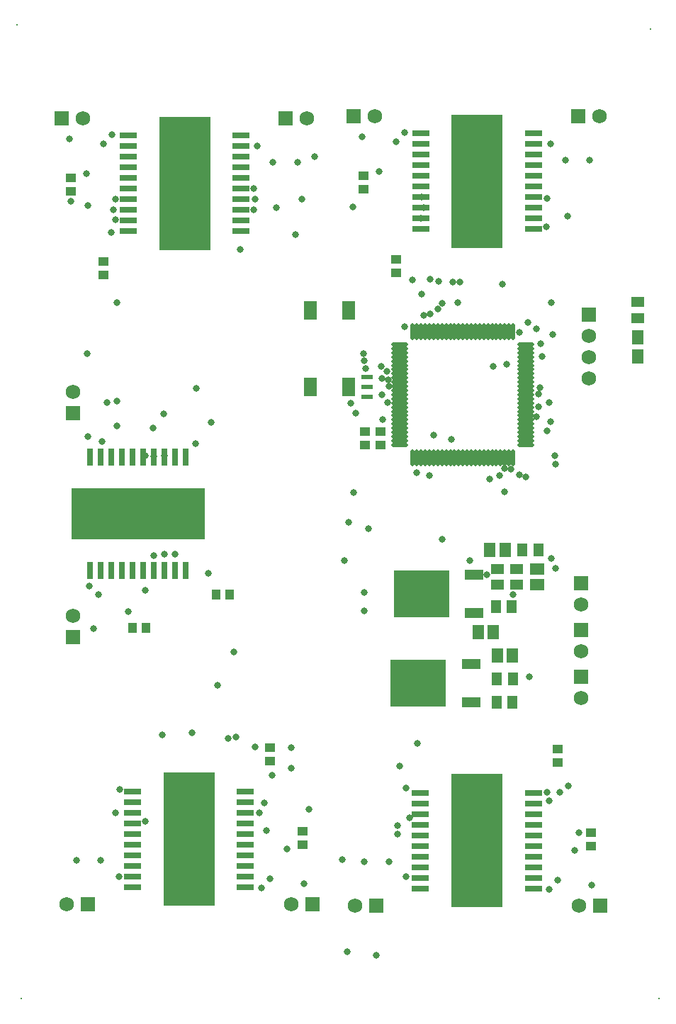
<source format=gts>
G04 Layer_Color=8388736*
%FSLAX25Y25*%
%MOIN*%
G70*
G01*
G75*
%ADD18R,0.08300X0.02500*%
%ADD19R,0.24400X0.63000*%
%ADD23R,0.02500X0.08300*%
%ADD24R,0.63000X0.24400*%
%ADD43R,0.06312X0.04934*%
%ADD44R,0.05800X0.06800*%
%ADD45R,0.06312X0.09068*%
%ADD46R,0.09068X0.04540*%
%ADD47R,0.26391X0.22453*%
%ADD48R,0.04737X0.04343*%
%ADD49R,0.05524X0.02375*%
%ADD50R,0.04343X0.04737*%
%ADD51R,0.06509X0.05328*%
%ADD52R,0.05328X0.06509*%
%ADD53R,0.04934X0.06312*%
%ADD54O,0.01981X0.07887*%
%ADD55O,0.07887X0.01981*%
%ADD56C,0.00800*%
%ADD57R,0.06800X0.06800*%
%ADD58C,0.06800*%
%ADD59R,0.06800X0.06800*%
%ADD60C,0.03162*%
D18*
X221500Y122500D02*
D03*
Y127500D02*
D03*
Y132500D02*
D03*
Y137500D02*
D03*
Y142500D02*
D03*
Y147500D02*
D03*
Y152500D02*
D03*
Y157500D02*
D03*
Y162500D02*
D03*
Y167500D02*
D03*
X168300D02*
D03*
Y162500D02*
D03*
Y157500D02*
D03*
Y152500D02*
D03*
Y147500D02*
D03*
Y142500D02*
D03*
Y137500D02*
D03*
Y132500D02*
D03*
Y127500D02*
D03*
Y122500D02*
D03*
X357000Y121850D02*
D03*
Y126850D02*
D03*
Y131850D02*
D03*
Y136850D02*
D03*
Y141850D02*
D03*
Y146850D02*
D03*
Y151850D02*
D03*
Y156850D02*
D03*
Y161850D02*
D03*
Y166850D02*
D03*
X303800D02*
D03*
Y161850D02*
D03*
Y156850D02*
D03*
Y151850D02*
D03*
Y146850D02*
D03*
Y141850D02*
D03*
Y136850D02*
D03*
Y131850D02*
D03*
Y126850D02*
D03*
Y121850D02*
D03*
X166300Y476000D02*
D03*
Y471000D02*
D03*
Y466000D02*
D03*
Y461000D02*
D03*
Y456000D02*
D03*
Y451000D02*
D03*
Y446000D02*
D03*
Y441000D02*
D03*
Y436000D02*
D03*
Y431000D02*
D03*
X219500D02*
D03*
Y436000D02*
D03*
Y441000D02*
D03*
Y446000D02*
D03*
Y451000D02*
D03*
Y456000D02*
D03*
Y461000D02*
D03*
Y466000D02*
D03*
Y471000D02*
D03*
Y476000D02*
D03*
X303900Y477000D02*
D03*
Y472000D02*
D03*
Y467000D02*
D03*
Y462000D02*
D03*
Y457000D02*
D03*
Y452000D02*
D03*
Y447000D02*
D03*
Y442000D02*
D03*
Y437000D02*
D03*
Y432000D02*
D03*
X357100D02*
D03*
Y437000D02*
D03*
Y442000D02*
D03*
Y447000D02*
D03*
Y452000D02*
D03*
Y457000D02*
D03*
Y462000D02*
D03*
Y467000D02*
D03*
Y472000D02*
D03*
Y477000D02*
D03*
D19*
X194900Y145000D02*
D03*
X330400Y144350D02*
D03*
X192900Y453500D02*
D03*
X330500Y454500D02*
D03*
D23*
X148500Y271500D02*
D03*
X153500D02*
D03*
X158500D02*
D03*
X163500D02*
D03*
X168500D02*
D03*
X173500D02*
D03*
X178500D02*
D03*
X183500D02*
D03*
X188500D02*
D03*
X193500D02*
D03*
Y324700D02*
D03*
X188500D02*
D03*
X183500D02*
D03*
X178500D02*
D03*
X173500D02*
D03*
X168500D02*
D03*
X163500D02*
D03*
X158500D02*
D03*
X153500D02*
D03*
X148500D02*
D03*
D24*
X171000Y298100D02*
D03*
D43*
X406000Y390260D02*
D03*
Y397740D02*
D03*
X340043Y272240D02*
D03*
Y264760D02*
D03*
X349043Y272240D02*
D03*
Y264760D02*
D03*
D44*
X406000Y372000D02*
D03*
Y381000D02*
D03*
D45*
X252189Y393653D02*
D03*
Y357827D02*
D03*
X269905D02*
D03*
Y393653D02*
D03*
D46*
X329043Y251547D02*
D03*
Y269500D02*
D03*
X327543Y209547D02*
D03*
Y227500D02*
D03*
D47*
X304240Y260524D02*
D03*
X302740Y218524D02*
D03*
D48*
X384000Y141701D02*
D03*
Y148000D02*
D03*
X368500Y181201D02*
D03*
Y187500D02*
D03*
X248500Y142350D02*
D03*
Y148650D02*
D03*
X277547Y336890D02*
D03*
Y330591D02*
D03*
X285047Y336740D02*
D03*
Y330441D02*
D03*
X292400Y417650D02*
D03*
Y411350D02*
D03*
X276900Y457150D02*
D03*
Y450850D02*
D03*
X139300Y456150D02*
D03*
Y449850D02*
D03*
X154800Y416650D02*
D03*
Y410350D02*
D03*
X233000Y181850D02*
D03*
Y188150D02*
D03*
D49*
X278634Y362465D02*
D03*
Y357740D02*
D03*
Y353016D02*
D03*
D50*
X207850Y260000D02*
D03*
X214150D02*
D03*
X168350Y244500D02*
D03*
X174650D02*
D03*
D51*
X358543Y264957D02*
D03*
Y272043D02*
D03*
D52*
X343587Y281000D02*
D03*
X336500D02*
D03*
X338130Y242500D02*
D03*
X331043D02*
D03*
X339957Y231500D02*
D03*
X347043D02*
D03*
D53*
X351803Y281000D02*
D03*
X359283D02*
D03*
X339303Y254500D02*
D03*
X346783D02*
D03*
X339563Y209500D02*
D03*
X347043D02*
D03*
X347284Y220500D02*
D03*
X339803D02*
D03*
D54*
X300153Y383878D02*
D03*
X302122D02*
D03*
X304090D02*
D03*
X306059D02*
D03*
X308028D02*
D03*
X309996D02*
D03*
X311965D02*
D03*
X313933D02*
D03*
X315902D02*
D03*
X317870D02*
D03*
X319839D02*
D03*
X321807D02*
D03*
X323776D02*
D03*
X325744D02*
D03*
X327713D02*
D03*
X329681D02*
D03*
X331650D02*
D03*
X333618D02*
D03*
X335587D02*
D03*
X337555D02*
D03*
X339524D02*
D03*
X341492D02*
D03*
X343461D02*
D03*
X345429D02*
D03*
X347398D02*
D03*
Y324429D02*
D03*
X345429D02*
D03*
X343461D02*
D03*
X341492D02*
D03*
X339524D02*
D03*
X337555D02*
D03*
X335587D02*
D03*
X333618D02*
D03*
X331650D02*
D03*
X329681D02*
D03*
X327713D02*
D03*
X325744D02*
D03*
X323776D02*
D03*
X321807D02*
D03*
X319839D02*
D03*
X317870D02*
D03*
X315902D02*
D03*
X313933D02*
D03*
X311965D02*
D03*
X309996D02*
D03*
X308028D02*
D03*
X306059D02*
D03*
X304090D02*
D03*
X302122D02*
D03*
X300153D02*
D03*
D55*
X353500Y377776D02*
D03*
Y375807D02*
D03*
Y373839D02*
D03*
Y371870D02*
D03*
Y369902D02*
D03*
Y367933D02*
D03*
Y365965D02*
D03*
Y363996D02*
D03*
Y362028D02*
D03*
Y360059D02*
D03*
Y358090D02*
D03*
Y356122D02*
D03*
Y354153D02*
D03*
Y352185D02*
D03*
Y350217D02*
D03*
Y348248D02*
D03*
Y346280D02*
D03*
Y344311D02*
D03*
Y342342D02*
D03*
Y340374D02*
D03*
Y338405D02*
D03*
Y336437D02*
D03*
Y334469D02*
D03*
Y332500D02*
D03*
Y330532D02*
D03*
X294051D02*
D03*
Y332500D02*
D03*
Y334469D02*
D03*
Y336437D02*
D03*
Y338405D02*
D03*
Y340374D02*
D03*
Y342342D02*
D03*
Y344311D02*
D03*
Y346280D02*
D03*
Y348248D02*
D03*
Y350217D02*
D03*
Y352185D02*
D03*
Y354153D02*
D03*
Y356122D02*
D03*
Y358090D02*
D03*
Y360059D02*
D03*
Y362028D02*
D03*
Y363996D02*
D03*
Y365965D02*
D03*
Y367933D02*
D03*
Y369902D02*
D03*
Y371870D02*
D03*
Y373839D02*
D03*
Y375807D02*
D03*
Y377776D02*
D03*
D56*
X114000Y528000D02*
D03*
X116000Y70000D02*
D03*
X416000D02*
D03*
X412000Y526000D02*
D03*
D57*
X134900Y484000D02*
D03*
X378000Y485000D02*
D03*
X272500D02*
D03*
X388400Y113850D02*
D03*
X147400Y114500D02*
D03*
X252900D02*
D03*
X282900Y113850D02*
D03*
X240400Y484000D02*
D03*
D58*
X144900D02*
D03*
X388000Y485000D02*
D03*
X282500D02*
D03*
X378400Y113850D02*
D03*
X137400Y114500D02*
D03*
X242900D02*
D03*
X272900Y113850D02*
D03*
X379500Y255500D02*
D03*
X250400Y484000D02*
D03*
X140500Y250100D02*
D03*
Y355600D02*
D03*
X383047Y361740D02*
D03*
Y371740D02*
D03*
Y381740D02*
D03*
X379500Y211500D02*
D03*
Y233500D02*
D03*
D59*
Y265500D02*
D03*
X140500Y240100D02*
D03*
Y345600D02*
D03*
X383047Y391740D02*
D03*
X379500Y221500D02*
D03*
Y243500D02*
D03*
D60*
X154000Y300000D02*
D03*
X184000D02*
D03*
X176000Y296000D02*
D03*
X168000D02*
D03*
X158000D02*
D03*
X150000D02*
D03*
X144000D02*
D03*
Y288000D02*
D03*
X150000D02*
D03*
X156000D02*
D03*
X164000D02*
D03*
X172000D02*
D03*
X192000D02*
D03*
X198000Y296000D02*
D03*
X192000Y306000D02*
D03*
X182000D02*
D03*
X172000D02*
D03*
X162000D02*
D03*
X152000D02*
D03*
X144000D02*
D03*
X202000Y132000D02*
D03*
X194000D02*
D03*
X186000D02*
D03*
X194000Y120000D02*
D03*
X186000D02*
D03*
X194000Y138000D02*
D03*
Y148000D02*
D03*
Y156000D02*
D03*
Y164000D02*
D03*
X202000Y138000D02*
D03*
X186000D02*
D03*
Y148000D02*
D03*
Y156000D02*
D03*
Y164000D02*
D03*
X202000Y120000D02*
D03*
Y148000D02*
D03*
Y156000D02*
D03*
Y164000D02*
D03*
Y172000D02*
D03*
X194000D02*
D03*
X186000D02*
D03*
X338000Y118000D02*
D03*
X330000D02*
D03*
X322000D02*
D03*
Y128000D02*
D03*
X330000D02*
D03*
X338000D02*
D03*
Y138000D02*
D03*
X330000D02*
D03*
X322000D02*
D03*
Y148000D02*
D03*
X330000D02*
D03*
X338000D02*
D03*
Y156000D02*
D03*
X330000D02*
D03*
X322000D02*
D03*
Y164000D02*
D03*
X330000D02*
D03*
X338000D02*
D03*
Y172000D02*
D03*
X330000D02*
D03*
X322000D02*
D03*
X326000Y428000D02*
D03*
Y438000D02*
D03*
X322000Y448000D02*
D03*
Y458000D02*
D03*
Y466000D02*
D03*
Y474000D02*
D03*
X332000D02*
D03*
Y466000D02*
D03*
Y458000D02*
D03*
Y448000D02*
D03*
Y438000D02*
D03*
Y428000D02*
D03*
X338000D02*
D03*
Y438000D02*
D03*
Y448000D02*
D03*
Y458000D02*
D03*
Y466000D02*
D03*
Y474000D02*
D03*
Y482000D02*
D03*
X330000D02*
D03*
X322000D02*
D03*
X186000Y452000D02*
D03*
X194000D02*
D03*
X200000D02*
D03*
Y460000D02*
D03*
X194000Y480000D02*
D03*
Y470000D02*
D03*
X186000D02*
D03*
X194000Y460000D02*
D03*
Y444000D02*
D03*
X192000Y430000D02*
D03*
X194000Y436000D02*
D03*
X186000D02*
D03*
Y444000D02*
D03*
Y460000D02*
D03*
X200000Y428000D02*
D03*
Y436000D02*
D03*
Y444000D02*
D03*
Y470000D02*
D03*
Y480000D02*
D03*
X186000D02*
D03*
X283000Y90500D02*
D03*
X269500Y92000D02*
D03*
X161000Y397500D02*
D03*
X234000Y175000D02*
D03*
X226000Y188500D02*
D03*
X217000Y193000D02*
D03*
X208500Y217500D02*
D03*
X188500Y279000D02*
D03*
X198500Y357000D02*
D03*
X174500Y325500D02*
D03*
X292500Y417500D02*
D03*
X300000Y408000D02*
D03*
X319000Y407000D02*
D03*
X322500D02*
D03*
X183500Y325500D02*
D03*
X278000Y366500D02*
D03*
X178500Y325000D02*
D03*
X277500Y370000D02*
D03*
X277000Y373500D02*
D03*
X304000Y437000D02*
D03*
X304500Y447000D02*
D03*
X305500Y442000D02*
D03*
X363500Y446500D02*
D03*
X342500Y406000D02*
D03*
X327000Y276000D02*
D03*
X347500Y220500D02*
D03*
X355000Y221500D02*
D03*
X331500Y242500D02*
D03*
X288500Y350468D02*
D03*
X286000Y342469D02*
D03*
X271000Y349969D02*
D03*
X360500Y377969D02*
D03*
X338000Y367469D02*
D03*
X344500Y368468D02*
D03*
X310000Y334968D02*
D03*
X318500Y332968D02*
D03*
X354500Y387968D02*
D03*
X366000Y382469D02*
D03*
X161000Y351100D02*
D03*
Y339600D02*
D03*
X152500Y260000D02*
D03*
X150000Y244000D02*
D03*
X148000Y264000D02*
D03*
X166500Y252000D02*
D03*
X141900Y135000D02*
D03*
X153400D02*
D03*
X233000Y126500D02*
D03*
X249000Y124000D02*
D03*
X229000Y122000D02*
D03*
X241000Y140500D02*
D03*
X277400Y134350D02*
D03*
X288900D02*
D03*
X384500Y123350D02*
D03*
X376500Y139850D02*
D03*
X383500Y464500D02*
D03*
X372000D02*
D03*
X292400Y473000D02*
D03*
X276400Y475500D02*
D03*
X296400Y477500D02*
D03*
X284400Y459000D02*
D03*
X158800Y476500D02*
D03*
X146800Y458000D02*
D03*
X154800Y472000D02*
D03*
X138800Y474500D02*
D03*
X234400Y463500D02*
D03*
X245900D02*
D03*
X285500Y367500D02*
D03*
X288000Y365000D02*
D03*
X160500Y446000D02*
D03*
X159500Y441000D02*
D03*
X160500Y436500D02*
D03*
X304500Y401500D02*
D03*
X225500Y441000D02*
D03*
X312500Y407500D02*
D03*
X308500Y408500D02*
D03*
Y392000D02*
D03*
X312000Y394500D02*
D03*
X314000Y397000D02*
D03*
X321500Y397500D02*
D03*
X358500Y385000D02*
D03*
X360000Y357500D02*
D03*
X365500Y397500D02*
D03*
X365000Y472000D02*
D03*
X363000Y433000D02*
D03*
X373000Y438000D02*
D03*
X359500Y354500D02*
D03*
X183500Y279000D02*
D03*
X178500Y278500D02*
D03*
X361000Y371969D02*
D03*
X364500Y350500D02*
D03*
X359500Y348500D02*
D03*
X302000Y317500D02*
D03*
X273500Y345500D02*
D03*
X254000Y466000D02*
D03*
X227000Y471000D02*
D03*
X219000Y422500D02*
D03*
X226000Y446000D02*
D03*
X225500Y451000D02*
D03*
X272000Y442500D02*
D03*
X248000Y446000D02*
D03*
X236000Y442000D02*
D03*
X245000Y429500D02*
D03*
X139500Y445000D02*
D03*
X147500Y443000D02*
D03*
X158500Y430500D02*
D03*
X147000Y373500D02*
D03*
X147500Y334500D02*
D03*
X198000Y331000D02*
D03*
X205500Y341000D02*
D03*
X183000Y345000D02*
D03*
X178000Y338500D02*
D03*
X156500Y350500D02*
D03*
X154000Y332000D02*
D03*
X285634Y361740D02*
D03*
Y354240D02*
D03*
X182500Y194000D02*
D03*
X160500Y157500D02*
D03*
X196500Y195000D02*
D03*
X174500Y153500D02*
D03*
X213500Y192500D02*
D03*
X230500Y162000D02*
D03*
X228000Y157500D02*
D03*
X204000Y270000D02*
D03*
X216000Y233000D02*
D03*
X174500Y262000D02*
D03*
X231500Y149000D02*
D03*
X162000Y127500D02*
D03*
X162500Y168500D02*
D03*
X243000Y178500D02*
D03*
Y188000D02*
D03*
X251500Y159000D02*
D03*
X267000Y135500D02*
D03*
X297000Y127500D02*
D03*
Y169000D02*
D03*
X308000Y316000D02*
D03*
X268000Y276000D02*
D03*
X298600Y155100D02*
D03*
X363500Y167000D02*
D03*
X302500Y190000D02*
D03*
X294000Y179500D02*
D03*
X350500Y316500D02*
D03*
X341000Y316000D02*
D03*
X336500Y314500D02*
D03*
X358500Y343938D02*
D03*
X343500Y319500D02*
D03*
X346500Y318969D02*
D03*
X353500Y315500D02*
D03*
X277500Y261000D02*
D03*
X293000Y151500D02*
D03*
X343500Y308500D02*
D03*
X277500Y252500D02*
D03*
X293000Y147500D02*
D03*
X350500Y383498D02*
D03*
X365000Y341500D02*
D03*
X364500Y163000D02*
D03*
X289000Y358000D02*
D03*
X363500Y337000D02*
D03*
X367000Y325500D02*
D03*
X369500Y167000D02*
D03*
X296500Y386000D02*
D03*
X335000Y269500D02*
D03*
X367500Y272500D02*
D03*
X365500Y277000D02*
D03*
X347500Y260000D02*
D03*
X272500Y308000D02*
D03*
X270000Y294000D02*
D03*
X314000Y286000D02*
D03*
X279500Y291000D02*
D03*
X305500Y391500D02*
D03*
X288596Y361000D02*
D03*
X367500Y321500D02*
D03*
X373500Y170000D02*
D03*
X368500Y125850D02*
D03*
X364500Y121350D02*
D03*
X378500Y148000D02*
D03*
M02*

</source>
